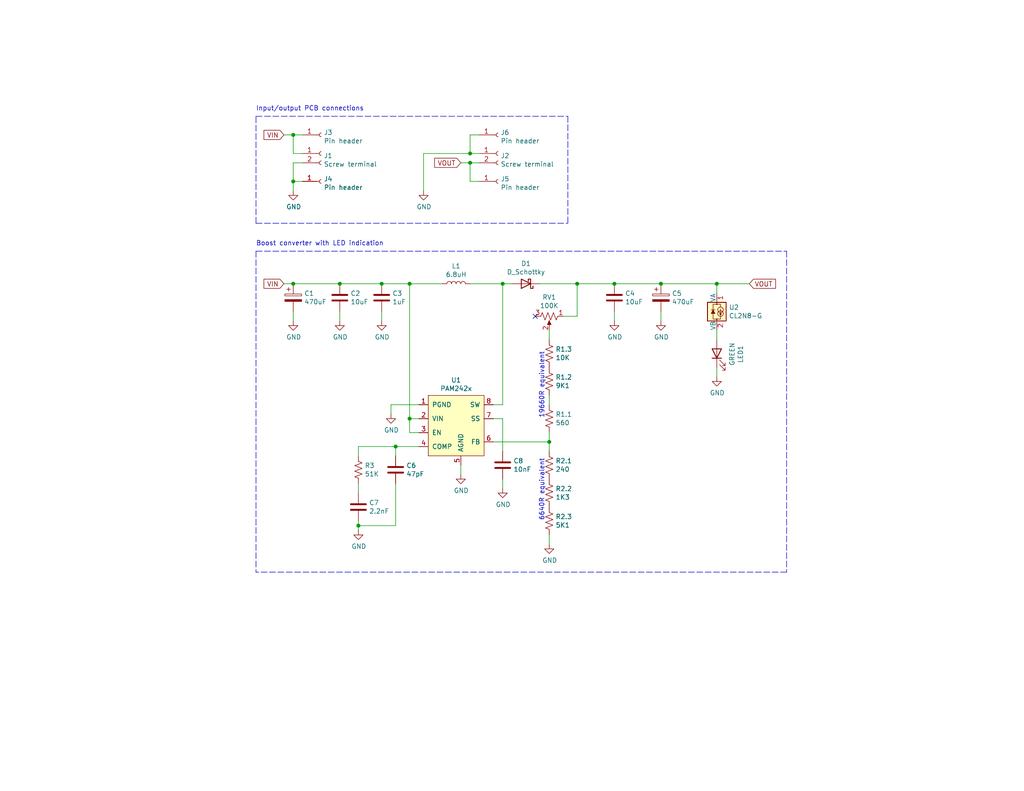
<source format=kicad_sch>
(kicad_sch (version 20211123) (generator eeschema)
  (paper "USLetter")
  (title_block (title "PAM242x Boost Converter") (date "2021-08-02") (rev "B") (company "Ben's Universe Electronics") (comment 1 "Benjamin Owen"))
  (lib_symbols
    (symbol "Connector:Conn_01x01_Female" (pin_names (offset 1.016) hide)
      (property "Reference" "J" (at 0 2.54 0))
      (property "Value" "Conn_01x01_Female" (at 0 -2.54 0))
      (symbol "Conn_01x01_Female_1_1"
        (polyline (pts (xy -1.27 0) (xy -0.508 0)) (stroke (width 0.1524)))
        (arc (start 0 0.508) (mid -0.508 0) (end 0 -0.508) (stroke (width 0.1524)))
        (pin passive line (at -5.08 0 0) (length 3.81) (name "Pin_1") (number "1"))
      )
    )
    (symbol "Connector:Conn_01x02_Female" (pin_names (offset 1.016) hide)
      (property "Reference" "J" (at 0 2.54 0))
      (property "Value" "Conn_01x02_Female" (at 0 -5.08 0))
      (symbol "Conn_01x02_Female_1_1"
        (arc (start 0 -2.032) (mid -0.508 -2.54) (end 0 -3.048) (stroke (width 0.1524)))
        (polyline (pts (xy -1.27 -2.54) (xy -0.508 -2.54)) (stroke (width 0.1524)))
        (polyline (pts (xy -1.27 0) (xy -0.508 0)) (stroke (width 0.1524)))
        (arc (start 0 0.508) (mid -0.508 0) (end 0 -0.508) (stroke (width 0.1524)))
        (pin passive line (at -5.08 0 0) (length 3.81) (name "Pin_1") (number "1"))
        (pin passive line (at -5.08 -2.54 0) (length 3.81) (name "Pin_2") (number "2"))
      )
    )
    (symbol "Device:C" (pin_numbers hide) (pin_names (offset 0.254))
      (property "Reference" "C" (at 0.635 2.54 0))
      (property "Value" "C" (at 0.635 -2.54 0))
      (symbol "C_0_1"
        (polyline (pts (xy -2.032 -0.762) (xy 2.032 -0.762)) (stroke (width 0.508)))
        (polyline (pts (xy -2.032 0.762) (xy 2.032 0.762)) (stroke (width 0.508)))
      )
      (symbol "C_1_1"
        (pin passive line (at 0 3.81 270) (length 2.794) (name "~") (number "1"))
        (pin passive line (at 0 -3.81 90) (length 2.794) (name "~") (number "2"))
      )
    )
    (symbol "Device:CP" (pin_numbers hide) (pin_names (offset 0.254))
      (property "Reference" "C" (at 0.635 2.54 0))
      (property "Value" "Device_CP" (at 0.635 -2.54 0))
      (symbol "CP_0_1"
        (rectangle (start -2.286 0.508) (end 2.286 1.016))
        (polyline (pts (xy -1.778 2.286) (xy -0.762 2.286)))
        (polyline (pts (xy -1.27 2.794) (xy -1.27 1.778)))
        (rectangle (start 2.286 -0.508) (end -2.286 -1.016) (fill (type outline)))
      )
      (symbol "CP_1_1"
        (pin passive line (at 0 3.81 270) (length 2.794) (name "~") (number "1"))
        (pin passive line (at 0 -3.81 90) (length 2.794) (name "~") (number "2"))
      )
    )
    (symbol "Device:D_Schottky" (pin_numbers hide) (pin_names (offset 1.016) hide)
      (property "Reference" "D" (at 0 2.54 0))
      (property "Value" "D_Schottky" (at 0 -2.54 0))
      (symbol "D_Schottky_0_1"
        (polyline (pts (xy 1.27 0) (xy -1.27 0)))
        (polyline (pts (xy 1.27 1.27) (xy 1.27 -1.27) (xy -1.27 0) (xy 1.27 1.27)) (stroke (width 0.254)))
        (polyline (pts (xy -1.905 0.635) (xy -1.905 1.27) (xy -1.27 1.27) (xy -1.27 -1.27) (xy -0.635 -1.27) (xy -0.635 -0.635)) (stroke (width 0.254)))
      )
      (symbol "D_Schottky_1_1"
        (pin passive line (at -3.81 0 0) (length 2.54) (name "K") (number "1"))
        (pin passive line (at 3.81 0 180) (length 2.54) (name "A") (number "2"))
      )
    )
    (symbol "Device:L" (pin_numbers hide) (pin_names (offset 1.016) hide)
      (property "Reference" "L" (at -1.27 0 90))
      (property "Value" "L" (at 1.905 0 90))
      (symbol "L_0_1"
        (arc (start 0 -2.54) (mid 0.635 -1.905) (end 0 -1.27))
        (arc (start 0 -1.27) (mid 0.635 -0.635) (end 0 0))
        (arc (start 0 0) (mid 0.635 0.635) (end 0 1.27))
        (arc (start 0 1.27) (mid 0.635 1.905) (end 0 2.54))
      )
      (symbol "L_1_1"
        (pin passive line (at 0 3.81 270) (length 1.27) (name "1") (number "1"))
        (pin passive line (at 0 -3.81 90) (length 1.27) (name "2") (number "2"))
      )
    )
    (symbol "Device:LED" (pin_numbers hide) (pin_names (offset 1.016) hide)
      (property "Reference" "D" (at 0 2.54 0))
      (property "Value" "LED" (at 0 -2.54 0))
      (symbol "LED_0_1"
        (polyline (pts (xy -1.27 -1.27) (xy -1.27 1.27)) (stroke (width 0.254)))
        (polyline (pts (xy -1.27 0) (xy 1.27 0)))
        (polyline (pts (xy 1.27 -1.27) (xy 1.27 1.27) (xy -1.27 0) (xy 1.27 -1.27)) (stroke (width 0.254)))
        (polyline (pts (xy -3.048 -0.762) (xy -4.572 -2.286) (xy -3.81 -2.286) (xy -4.572 -2.286) (xy -4.572 -1.524)))
        (polyline (pts (xy -1.778 -0.762) (xy -3.302 -2.286) (xy -2.54 -2.286) (xy -3.302 -2.286) (xy -3.302 -1.524)))
      )
      (symbol "LED_1_1"
        (pin passive line (at -3.81 0 0) (length 2.54) (name "K") (number "1"))
        (pin passive line (at 3.81 0 180) (length 2.54) (name "A") (number "2"))
      )
    )
    (symbol "Device:R_POT_US" (pin_names (offset 1.016) hide)
      (property "Reference" "RV" (at -4.445 0 90))
      (property "Value" "Device_R_POT_US" (at -2.54 0 90))
      (symbol "R_POT_US_0_1"
        (polyline (pts (xy 0 -2.286) (xy 0 -2.54)))
        (polyline (pts (xy 0 2.54) (xy 0 2.286)))
        (polyline (pts (xy 2.54 0) (xy 1.524 0)))
        (polyline (pts (xy 1.143 0) (xy 2.286 0.508) (xy 2.286 -0.508) (xy 1.143 0)) (fill (type outline)))
        (polyline (pts (xy 0 -0.762) (xy 1.016 -1.143) (xy 0 -1.524) (xy -1.016 -1.905) (xy 0 -2.286)))
        (polyline (pts (xy 0 0.762) (xy 1.016 0.381) (xy 0 0) (xy -1.016 -0.381) (xy 0 -0.762)))
        (polyline (pts (xy 0 2.286) (xy 1.016 1.905) (xy 0 1.524) (xy -1.016 1.143) (xy 0 0.762)))
      )
      (symbol "R_POT_US_1_1"
        (pin passive line (at 0 3.81 270) (length 1.27) (name "1") (number "1"))
        (pin passive line (at 3.81 0 180) (length 1.27) (name "2") (number "2"))
        (pin passive line (at 0 -3.81 90) (length 1.27) (name "3") (number "3"))
      )
    )
    (symbol "Device:R_US" (pin_numbers hide) (pin_names (offset 0))
      (property "Reference" "R" (at 2.54 0 90))
      (property "Value" "R_US" (at -2.54 0 90))
      (symbol "R_US_0_1"
        (polyline (pts (xy 0 -2.286) (xy 0 -2.54)))
        (polyline (pts (xy 0 2.286) (xy 0 2.54)))
        (polyline (pts (xy 0 -0.762) (xy 1.016 -1.143) (xy 0 -1.524) (xy -1.016 -1.905) (xy 0 -2.286)))
        (polyline (pts (xy 0 0.762) (xy 1.016 0.381) (xy 0 0) (xy -1.016 -0.381) (xy 0 -0.762)))
        (polyline (pts (xy 0 2.286) (xy 1.016 1.905) (xy 0 1.524) (xy -1.016 1.143) (xy 0 0.762)))
      )
      (symbol "R_US_1_1"
        (pin passive line (at 0 3.81 270) (length 1.27) (name "~") (number "1"))
        (pin passive line (at 0 -3.81 90) (length 1.27) (name "~") (number "2"))
      )
    )
    (symbol "Driver_LED:CL2N8-G" (pin_names (offset 0))
      (property "Reference" "U" (at 3.81 3.81 0))
      (property "Value" "Driver_LED_CL2N8-G" (at 3.81 1.27 0))
      (symbol "CL2N8-G_0_1"
        (rectangle (start -2.54 2.54) (end 2.54 -2.54) (stroke (width 0.254)) (fill (type background)))
        (circle (center 0 -2.032) (radius 0.127))
        (polyline (pts (xy -1.524 0.508) (xy -0.508 0.508)))
        (polyline (pts (xy 0 -3.048) (xy 0 -3.81)))
        (polyline (pts (xy 0 -2.032) (xy 0 -2.54)))
        (polyline (pts (xy 0 2.032) (xy 0 2.54)))
        (polyline (pts (xy 0 3.048) (xy 0 3.81)))
        (polyline (pts (xy -1.016 -0.508) (xy -1.016 -2.032) (xy 1.016 -2.032) (xy 1.016 -1.27)))
        (polyline (pts (xy -1.016 0.508) (xy -1.524 -0.508) (xy -0.508 -0.508) (xy -1.016 0.508)) (fill (type outline)))
        (polyline (pts (xy 1.016 1.27) (xy 1.016 2.032) (xy -1.016 2.032) (xy -1.016 0.508)))
        (polyline (pts (xy 1.016 0.762) (xy 1.016 -1.016) (xy 0.762 -0.508) (xy 1.27 -0.508) (xy 1.016 -1.016)) (fill (type outline)))
        (circle (center 0 2.032) (radius 0.127))
        (circle (center 1.016 -0.508) (radius 0.762))
        (circle (center 1.016 0.508) (radius 0.762))
      )
      (symbol "CL2N8-G_1_1"
        (pin input line (at 0 5.08 270) (length 2.54) (name "VA") (number "1"))
        (pin input line (at 0 -5.08 90) (length 2.54) (name "VB") (number "2"))
        (pin no_connect line (at 0 -2.54 90) (length 2.54) hide (name "NC") (number "3"))
      )
    )
    (symbol "Regulator_Switching:PAM242x" (pin_names (offset 1.016))
      (property "Reference" "U" (at -6.35 8.89 0))
      (property "Value" "Regulator_Switching_PAM242x" (at 3.81 8.89 0))
      (symbol "PAM242x_0_1"
        (rectangle (start -7.62 7.62) (end 7.62 -8.89) (fill (type background)))
      )
      (symbol "PAM242x_1_1"
        (pin power_in line (at -10.16 5.08 0) (length 2.54) (name "PGND") (number "1"))
        (pin power_in line (at -10.16 1.27 0) (length 2.54) (name "VIN") (number "2"))
        (pin input line (at -10.16 -2.54 0) (length 2.54) (name "EN") (number "3"))
        (pin input line (at -10.16 -6.35 0) (length 2.54) (name "COMP") (number "4"))
        (pin power_in line (at 1.27 -11.43 90) (length 2.54) (name "AGND") (number "5"))
        (pin input line (at 10.16 -5.08 180) (length 2.54) (name "FB") (number "6"))
        (pin input line (at 10.16 1.27 180) (length 2.54) (name "SS") (number "7"))
        (pin power_out line (at 10.16 5.08 180) (length 2.54) (name "SW") (number "8"))
      )
    )
    (symbol "power:GND" (power) (pin_names (offset 0))
      (property "Value" "GND" (at 0 -3.81 0))
      (symbol "GND_0_1"
        (polyline (pts (xy 0 0) (xy 0 -1.27) (xy 1.27 -1.27) (xy 0 -2.54) (xy -1.27 -1.27) (xy 0 -1.27)))
      )
      (symbol "GND_1_1"
        (pin power_in line (at 0 0 270) (length 0) hide (name "GND") (number "1"))
      )
    )
  )
  (junction (at 195.58 77.47))
  (junction (at 80.01 36.83))
  (junction (at 107.95 121.92))
  (junction (at 128.27 44.45))
  (junction (at 149.86 120.65))
  (junction (at 180.34 77.47))
  (junction (at 97.79 143.51))
  (junction (at 92.71 77.47))
  (junction (at 128.27 41.91))
  (junction (at 104.14 77.47))
  (junction (at 80.01 77.47))
  (junction (at 80.01 49.53))
  (junction (at 111.76 114.3))
  (junction (at 111.76 77.47))
  (junction (at 167.64 77.47))
  (junction (at 157.48 77.47))
  (junction (at 137.16 77.47))
  (no_connect (at 146.05 86.36))
  (wire (pts (xy 80.01 52.07) (xy 80.01 49.53)))
  (wire (pts (xy 107.95 143.51) (xy 107.95 132.08)))
  (wire (pts (xy 104.14 87.63) (xy 104.14 85.09)))
  (wire (pts (xy 157.48 77.47) (xy 167.64 77.47)))
  (polyline (pts (xy 69.85 60.96) (xy 69.85 31.75)))
  (wire (pts (xy 149.86 148.59) (xy 149.86 146.05)))
  (wire (pts (xy 134.62 110.49) (xy 137.16 110.49)))
  (wire (pts (xy 80.01 77.47) (xy 92.71 77.47)))
  (wire (pts (xy 80.01 87.63) (xy 80.01 85.09)))
  (polyline (pts (xy 214.63 156.21) (xy 69.85 156.21)))
  (wire (pts (xy 80.01 49.53) (xy 82.55 49.53)))
  (wire (pts (xy 115.57 41.91) (xy 128.27 41.91)))
  (wire (pts (xy 92.71 77.47) (xy 104.14 77.47)))
  (polyline (pts (xy 69.85 31.75) (xy 154.94 31.75)))
  (wire (pts (xy 77.47 77.47) (xy 80.01 77.47)))
  (wire (pts (xy 195.58 92.71) (xy 195.58 90.17)))
  (wire (pts (xy 80.01 41.91) (xy 80.01 36.83)))
  (wire (pts (xy 115.57 52.07) (xy 115.57 41.91)))
  (wire (pts (xy 130.81 36.83) (xy 128.27 36.83)))
  (polyline (pts (xy 154.94 31.75) (xy 154.94 60.96)))
  (wire (pts (xy 195.58 80.01) (xy 195.58 77.47)))
  (wire (pts (xy 134.62 120.65) (xy 149.86 120.65)))
  (wire (pts (xy 157.48 86.36) (xy 157.48 77.47)))
  (wire (pts (xy 106.68 110.49) (xy 114.3 110.49)))
  (wire (pts (xy 195.58 100.33) (xy 195.58 102.87)))
  (wire (pts (xy 111.76 118.11) (xy 111.76 114.3)))
  (wire (pts (xy 128.27 49.53) (xy 130.81 49.53)))
  (wire (pts (xy 125.73 44.45) (xy 128.27 44.45)))
  (wire (pts (xy 80.01 41.91) (xy 82.55 41.91)))
  (wire (pts (xy 111.76 77.47) (xy 120.65 77.47)))
  (wire (pts (xy 149.86 107.95) (xy 149.86 110.49)))
  (wire (pts (xy 149.86 118.11) (xy 149.86 120.65)))
  (wire (pts (xy 153.67 86.36) (xy 157.48 86.36)))
  (wire (pts (xy 128.27 36.83) (xy 128.27 41.91)))
  (wire (pts (xy 149.86 120.65) (xy 149.86 123.19)))
  (wire (pts (xy 97.79 124.46) (xy 97.79 121.92)))
  (polyline (pts (xy 214.63 68.58) (xy 214.63 156.21)))
  (wire (pts (xy 128.27 77.47) (xy 137.16 77.47)))
  (wire (pts (xy 97.79 144.78) (xy 97.79 143.51)))
  (polyline (pts (xy 69.85 68.58) (xy 69.85 156.21)))
  (wire (pts (xy 149.86 92.71) (xy 149.86 90.17)))
  (wire (pts (xy 180.34 77.47) (xy 195.58 77.47)))
  (wire (pts (xy 106.68 113.03) (xy 106.68 110.49)))
  (wire (pts (xy 128.27 41.91) (xy 130.81 41.91)))
  (wire (pts (xy 128.27 44.45) (xy 130.81 44.45)))
  (wire (pts (xy 195.58 77.47) (xy 204.47 77.47)))
  (wire (pts (xy 97.79 143.51) (xy 97.79 142.24)))
  (polyline (pts (xy 69.85 68.58) (xy 214.63 68.58)))
  (wire (pts (xy 80.01 36.83) (xy 82.55 36.83)))
  (wire (pts (xy 97.79 134.62) (xy 97.79 132.08)))
  (wire (pts (xy 104.14 77.47) (xy 111.76 77.47)))
  (wire (pts (xy 128.27 44.45) (xy 128.27 49.53)))
  (wire (pts (xy 139.7 77.47) (xy 137.16 77.47)))
  (wire (pts (xy 137.16 114.3) (xy 134.62 114.3)))
  (wire (pts (xy 80.01 44.45) (xy 82.55 44.45)))
  (wire (pts (xy 125.73 129.54) (xy 125.73 127)))
  (wire (pts (xy 167.64 85.09) (xy 167.64 87.63)))
  (wire (pts (xy 167.64 77.47) (xy 180.34 77.47)))
  (wire (pts (xy 111.76 114.3) (xy 114.3 114.3)))
  (wire (pts (xy 180.34 87.63) (xy 180.34 85.09)))
  (wire (pts (xy 97.79 143.51) (xy 107.95 143.51)))
  (polyline (pts (xy 69.85 60.96) (xy 154.94 60.96)))
  (wire (pts (xy 147.32 77.47) (xy 157.48 77.47)))
  (wire (pts (xy 111.76 77.47) (xy 111.76 114.3)))
  (wire (pts (xy 107.95 121.92) (xy 107.95 124.46)))
  (wire (pts (xy 137.16 77.47) (xy 137.16 110.49)))
  (wire (pts (xy 107.95 121.92) (xy 114.3 121.92)))
  (wire (pts (xy 97.79 121.92) (xy 107.95 121.92)))
  (wire (pts (xy 137.16 123.19) (xy 137.16 114.3)))
  (wire (pts (xy 114.3 118.11) (xy 111.76 118.11)))
  (wire (pts (xy 80.01 44.45) (xy 80.01 49.53)))
  (wire (pts (xy 137.16 133.35) (xy 137.16 130.81)))
  (wire (pts (xy 92.71 87.63) (xy 92.71 85.09)))
  (wire (pts (xy 77.47 36.83) (xy 80.01 36.83)))
  (text "Boost converter with LED indication" (at 69.85 67.31 0) (effects (font (size 1.27 1.27)) (justify left bottom)))
  (text "6640R equivalent" (at 148.59 142.24 90) (effects (font (size 1.27 1.27)) (justify left bottom)))
  (text "Input/output PCB connections" (at 69.85 30.48 0) (effects (font (size 1.27 1.27)) (justify left bottom)))
  (text "19660R equivalent" (at 148.59 114.3 90) (effects (font (size 1.27 1.27)) (justify left bottom)))
  (global_label "VIN" (shape input) (at 77.47 77.47 180) (property "Intersheet References" "${INTERSHEET_REFS}" (effects hide)))
  (global_label "VOUT" (shape input) (at 125.73 44.45 180) (property "Intersheet References" "${INTERSHEET_REFS}" (effects hide)))
  (global_label "VIN" (shape input) (at 77.47 36.83 180) (property "Intersheet References" "${INTERSHEET_REFS}" (effects hide)))
  (global_label "VOUT" (shape input) (at 204.47 77.47 0) (property "Intersheet References" "${INTERSHEET_REFS}" (effects hide)))
  (symbol (lib_id "Regulator_Switching:PAM242x") (at 124.46 115.57 0) (unit 1)
    (property "Reference" "U1" (at 124.46 103.759 0))
    (property "Value" "PAM242x" (at 124.46 106.0704 0))
    (property "Footprint" "Package_SO:SOP-8_3.9x4.9mm_P1.27mm" (effects hide))
    (property "Datasheet" "https://www.diodes.com/assets/Datasheets/PAM2421_22_23.pdf" (effects hide))
  )
  (symbol (lib_id "power:GND") (at 125.73 129.54 0) (unit 1)
    (property "Reference" "#PWR0101" (effects hide))
    (property "Value" "GND" (at 125.857 133.9342 0))
  )
  (symbol (lib_id "Device:R_US") (at 149.86 127 0) (unit 1)
    (property "Reference" "R2.1" (at 151.5872 125.8316 0) (effects (justify left)))
    (property "Value" "240" (at 151.5872 128.143 0) (effects (justify left)))
    (property "Footprint" "Resistor_SMD:R_0603_1608Metric_Pad0.98x0.95mm_HandSolder" (effects hide))
  )
  (symbol (lib_id "Device:C") (at 137.16 127 0) (unit 1)
    (property "Reference" "C8" (at 140.081 125.8316 0) (effects (justify left)))
    (property "Value" "10nF" (at 140.081 128.143 0) (effects (justify left)))
    (property "Footprint" "Capacitor_SMD:C_0603_1608Metric_Pad1.08x0.95mm_HandSolder" (effects hide))
  )
  (symbol (lib_id "power:GND") (at 137.16 133.35 0) (unit 1)
    (property "Reference" "#PWR0103" (effects hide))
    (property "Value" "GND" (at 137.287 137.7442 0))
  )
  (symbol (lib_id "Device:R_US") (at 149.86 114.3 0) (unit 1)
    (property "Reference" "R1.1" (at 151.5872 113.1316 0) (effects (justify left)))
    (property "Value" "560" (at 151.5872 115.443 0) (effects (justify left)))
    (property "Footprint" "Resistor_SMD:R_0603_1608Metric_Pad0.98x0.95mm_HandSolder" (effects hide))
  )
  (symbol (lib_id "Device:R_POT_US") (at 149.86 86.36 270) (unit 1)
    (property "Reference" "RV1" (at 149.86 81.153 90))
    (property "Value" "100K" (at 149.86 83.4644 90))
    (property "Footprint" "Potentiometer_THT:Potentiometer_Bourns_3296W_Vertical" (effects hide))
  )
  (symbol (lib_id "Device:C") (at 167.64 81.28 0) (unit 1)
    (property "Reference" "C4" (at 170.561 80.1116 0) (effects (justify left)))
    (property "Value" "10uF" (at 170.561 82.423 0) (effects (justify left)))
    (property "Footprint" "Capacitor_SMD:C_0805_2012Metric_Pad1.18x1.45mm_HandSolder" (effects hide))
  )
  (symbol (lib_id "Device:CP") (at 180.34 81.28 0) (unit 1)
    (property "Reference" "C5" (at 183.3372 80.1116 0) (effects (justify left)))
    (property "Value" "470uF" (at 183.3372 82.423 0) (effects (justify left)))
    (property "Footprint" "Capacitor_THT:CP_Radial_D10.0mm_P5.00mm" (effects hide))
  )
  (symbol (lib_id "power:GND") (at 167.64 87.63 0) (unit 1)
    (property "Reference" "#PWR0104" (effects hide))
    (property "Value" "GND" (at 167.767 92.0242 0))
  )
  (symbol (lib_id "power:GND") (at 180.34 87.63 0) (unit 1)
    (property "Reference" "#PWR0105" (effects hide))
    (property "Value" "GND" (at 180.467 92.0242 0))
  )
  (symbol (lib_id "Device:C") (at 107.95 128.27 0) (unit 1)
    (property "Reference" "C6" (at 110.871 127.1016 0) (effects (justify left)))
    (property "Value" "47pF" (at 110.871 129.413 0) (effects (justify left)))
    (property "Footprint" "Capacitor_SMD:C_0603_1608Metric_Pad1.08x0.95mm_HandSolder" (effects hide))
  )
  (symbol (lib_id "Device:R_US") (at 97.79 128.27 0) (unit 1)
    (property "Reference" "R3" (at 99.5172 127.1016 0) (effects (justify left)))
    (property "Value" "51K" (at 99.5172 129.413 0) (effects (justify left)))
    (property "Footprint" "Resistor_SMD:R_0603_1608Metric_Pad0.98x0.95mm_HandSolder" (effects hide))
  )
  (symbol (lib_id "Device:C") (at 97.79 138.43 0) (unit 1)
    (property "Reference" "C7" (at 100.711 137.2616 0) (effects (justify left)))
    (property "Value" "2.2nF" (at 100.711 139.573 0) (effects (justify left)))
    (property "Footprint" "Capacitor_SMD:C_0603_1608Metric_Pad1.08x0.95mm_HandSolder" (effects hide))
  )
  (symbol (lib_id "power:GND") (at 97.79 144.78 0) (unit 1)
    (property "Reference" "#PWR0106" (effects hide))
    (property "Value" "GND" (at 97.917 149.1742 0))
  )
  (symbol (lib_id "Device:C") (at 104.14 81.28 0) (unit 1)
    (property "Reference" "C3" (at 107.061 80.1116 0) (effects (justify left)))
    (property "Value" "1uF" (at 107.061 82.423 0) (effects (justify left)))
    (property "Footprint" "Capacitor_SMD:C_0805_2012Metric_Pad1.18x1.45mm_HandSolder" (effects hide))
  )
  (symbol (lib_id "Driver_LED:CL2N8-G") (at 195.58 85.09 0) (unit 1)
    (property "Reference" "U2" (at 198.882 83.9216 0) (effects (justify left)))
    (property "Value" "CL2N8-G" (at 198.882 86.233 0) (effects (justify left)))
    (property "Footprint" "Package_TO_SOT_SMD:SOT-89-3" (effects hide))
    (property "Datasheet" "https://ww1.microchip.com/downloads/en/DeviceDoc/20005448A.pdf" (effects hide))
  )
  (symbol (lib_id "Device:LED") (at 195.58 96.52 90) (unit 1)
    (property "Reference" "LED1" (at 202.057 96.6978 0))
    (property "Value" "GREEN" (at 199.7456 96.6978 0))
    (property "Footprint" "LED_SMD:LED_0603_1608Metric_Pad1.05x0.95mm_HandSolder" (effects hide))
  )
  (symbol (lib_id "Device:R_US") (at 149.86 134.62 0) (unit 1)
    (property "Reference" "R2.2" (at 151.5872 133.4516 0) (effects (justify left)))
    (property "Value" "1K3" (at 151.5872 135.763 0) (effects (justify left)))
    (property "Footprint" "Resistor_SMD:R_0603_1608Metric_Pad0.98x0.95mm_HandSolder" (effects hide))
  )
  (symbol (lib_id "Connector:Conn_01x02_Female") (at 87.63 41.91 0) (unit 1)
    (property "Reference" "J1" (at 88.3412 42.5196 0) (effects (justify left)))
    (property "Value" "Screw terminal" (at 88.3412 44.831 0) (effects (justify left)))
    (property "Footprint" "TerminalBlock_Phoenix:TerminalBlock_Phoenix_PT-1,5-2-5.0-H_1x02_P5.00mm_Horizontal" (effects hide))
  )
  (symbol (lib_id "Device:R_US") (at 149.86 142.24 0) (unit 1)
    (property "Reference" "R2.3" (at 151.5872 141.0716 0) (effects (justify left)))
    (property "Value" "5K1" (at 151.5872 143.383 0) (effects (justify left)))
    (property "Footprint" "Resistor_SMD:R_0603_1608Metric_Pad0.98x0.95mm_HandSolder" (effects hide))
  )
  (symbol (lib_id "power:GND") (at 149.86 148.59 0) (unit 1)
    (property "Reference" "#PWR0102" (effects hide))
    (property "Value" "GND" (at 149.987 152.9842 0))
  )
  (symbol (lib_id "power:GND") (at 80.01 87.63 0) (unit 1)
    (property "Reference" "#PWR0108" (effects hide))
    (property "Value" "GND" (at 80.137 92.0242 0))
  )
  (symbol (lib_id "Device:CP") (at 80.01 81.28 0) (unit 1)
    (property "Reference" "C1" (at 83.0072 80.1116 0) (effects (justify left)))
    (property "Value" "470uF" (at 83.0072 82.423 0) (effects (justify left)))
    (property "Footprint" "Capacitor_THT:CP_Radial_D10.0mm_P5.00mm" (effects hide))
  )
  (symbol (lib_id "Device:R_US") (at 149.86 104.14 0) (unit 1)
    (property "Reference" "R1.2" (at 151.5872 102.9716 0) (effects (justify left)))
    (property "Value" "9K1" (at 151.5872 105.283 0) (effects (justify left)))
    (property "Footprint" "Resistor_SMD:R_0603_1608Metric_Pad0.98x0.95mm_HandSolder" (effects hide))
  )
  (symbol (lib_id "Device:C") (at 92.71 81.28 0) (unit 1)
    (property "Reference" "C2" (at 95.631 80.1116 0) (effects (justify left)))
    (property "Value" "10uF" (at 95.631 82.423 0) (effects (justify left)))
    (property "Footprint" "Capacitor_SMD:C_0805_2012Metric_Pad1.18x1.45mm_HandSolder" (effects hide))
  )
  (symbol (lib_id "Device:R_US") (at 149.86 96.52 0) (unit 1)
    (property "Reference" "R1.3" (at 151.5872 95.3516 0) (effects (justify left)))
    (property "Value" "10K" (at 151.5872 97.663 0) (effects (justify left)))
    (property "Footprint" "Resistor_SMD:R_0603_1608Metric_Pad0.98x0.95mm_HandSolder" (effects hide))
  )
  (symbol (lib_id "power:GND") (at 92.71 87.63 0) (unit 1)
    (property "Reference" "#PWR0109" (effects hide))
    (property "Value" "GND" (at 92.837 92.0242 0))
  )
  (symbol (lib_id "Device:L") (at 124.46 77.47 90) (unit 1)
    (property "Reference" "L1" (at 124.46 72.644 90))
    (property "Value" "6.8uH" (at 124.46 74.9554 90))
    (property "Footprint" "Inductor_THT:L_Radial_D11.0mm_P8.50mm" (effects hide))
  )
  (symbol (lib_id "Connector:Conn_01x02_Female") (at 135.89 41.91 0) (unit 1)
    (property "Reference" "J2" (at 136.6012 42.5196 0) (effects (justify left)))
    (property "Value" "Screw terminal" (at 136.6012 44.831 0) (effects (justify left)))
    (property "Footprint" "TerminalBlock_Phoenix:TerminalBlock_Phoenix_PT-1,5-2-5.0-H_1x02_P5.00mm_Horizontal" (effects hide))
  )
  (symbol (lib_id "power:GND") (at 80.01 52.07 0) (unit 1)
    (property "Reference" "#PWR0111" (effects hide))
    (property "Value" "GND" (at 80.137 56.4642 0))
  )
  (symbol (lib_id "power:GND") (at 195.58 102.87 0) (unit 1)
    (property "Reference" "#PWR0113" (effects hide))
    (property "Value" "GND" (at 195.707 107.2642 0))
  )
  (symbol (lib_id "Connector:Conn_01x01_Female") (at 87.63 36.83 0) (unit 1)
    (property "Reference" "J3" (at 88.3412 36.1696 0) (effects (justify left)))
    (property "Value" "Pin header" (at 88.3412 38.481 0) (effects (justify left)))
    (property "Footprint" "Connector_Pin:Pin_D1.0mm_L10.0mm_LooseFit" (effects hide))
  )
  (symbol (lib_id "Connector:Conn_01x01_Female") (at 87.63 49.53 0) (unit 1)
    (property "Reference" "J4" (at 88.3412 48.8696 0) (effects (justify left)))
    (property "Value" "Pin header" (at 88.3412 51.181 0) (effects (justify left)))
    (property "Footprint" "Connector_Pin:Pin_D1.0mm_L10.0mm_LooseFit" (effects hide))
  )
  (symbol (lib_id "Connector:Conn_01x01_Female") (at 135.89 36.83 0) (unit 1)
    (property "Reference" "J6" (at 136.6012 36.1696 0) (effects (justify left)))
    (property "Value" "Pin header" (at 136.6012 38.481 0) (effects (justify left)))
    (property "Footprint" "Connector_Pin:Pin_D1.0mm_L10.0mm_LooseFit" (effects hide))
  )
  (symbol (lib_id "Connector:Conn_01x01_Female") (at 135.89 49.53 0) (unit 1)
    (property "Reference" "J5" (at 136.6012 48.8696 0) (effects (justify left)))
    (property "Value" "Pin header" (at 136.6012 51.181 0) (effects (justify left)))
    (property "Footprint" "Connector_Pin:Pin_D1.0mm_L10.0mm_LooseFit" (effects hide))
  )
  (symbol (lib_id "power:GND") (at 115.57 52.07 0) (unit 1)
    (property "Reference" "#PWR0112" (effects hide))
    (property "Value" "GND" (at 115.697 56.4642 0))
  )
  (symbol (lib_id "Device:D_Schottky") (at 143.51 77.47 180) (unit 1)
    (property "Reference" "D1" (at 143.51 71.9582 0))
    (property "Value" "D_Schottky" (at 143.51 74.2696 0))
    (property "Footprint" "Package_TO_SOT_THT:TO-220-2_Vertical" (effects hide))
  )
  (symbol (lib_id "power:GND") (at 106.68 113.03 0) (unit 1)
    (property "Reference" "#PWR0107" (effects hide))
    (property "Value" "GND" (at 106.807 117.4242 0))
  )
  (symbol (lib_id "power:GND") (at 104.14 87.63 0) (unit 1)
    (property "Reference" "#PWR0110" (effects hide))
    (property "Value" "GND" (at 104.267 92.0242 0))
  )
)
</source>
